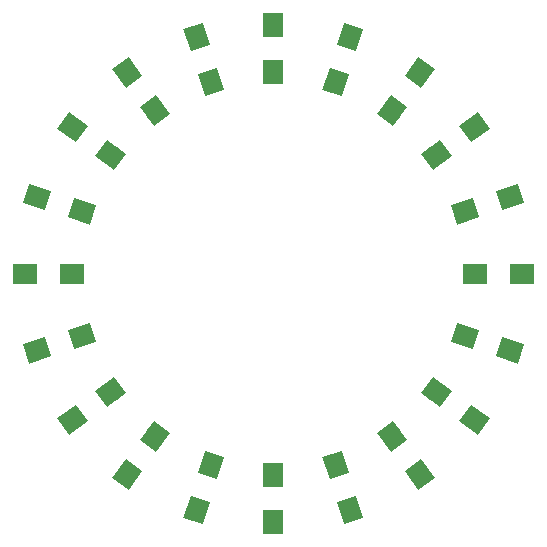
<source format=gtp>
G04 #@! TF.GenerationSoftware,KiCad,Pcbnew,(5.1.0-0)*
G04 #@! TF.CreationDate,2019-09-28T00:10:19+01:00*
G04 #@! TF.ProjectId,badge,62616467-652e-46b6-9963-61645f706362,rev?*
G04 #@! TF.SameCoordinates,Original*
G04 #@! TF.FileFunction,Paste,Top*
G04 #@! TF.FilePolarity,Positive*
%FSLAX46Y46*%
G04 Gerber Fmt 4.6, Leading zero omitted, Abs format (unit mm)*
G04 Created by KiCad (PCBNEW (5.1.0-0)) date 2019-09-28 00:10:19*
%MOMM*%
%LPD*%
G04 APERTURE LIST*
%ADD10R,2.000000X1.700000*%
%ADD11C,1.700000*%
%ADD12C,0.100000*%
%ADD13R,1.700000X2.000000*%
G04 APERTURE END LIST*
D10*
X226092000Y-73660000D03*
X230092000Y-73660000D03*
D11*
X225257513Y-78928739D03*
D12*
G36*
X224043792Y-79428120D02*
G01*
X224569121Y-77811324D01*
X226471234Y-78429358D01*
X225945905Y-80046154D01*
X224043792Y-79428120D01*
X224043792Y-79428120D01*
G37*
D11*
X229061739Y-80164807D03*
D12*
G36*
X227848018Y-80664188D02*
G01*
X228373347Y-79047392D01*
X230275460Y-79665426D01*
X229750131Y-81282222D01*
X227848018Y-80664188D01*
X227848018Y-80664188D01*
G37*
D11*
X222835739Y-83681738D03*
D12*
G36*
X221527105Y-83781617D02*
G01*
X222526339Y-82406288D01*
X224144373Y-83581859D01*
X223145139Y-84957188D01*
X221527105Y-83781617D01*
X221527105Y-83781617D01*
G37*
D11*
X226071807Y-86032880D03*
D12*
G36*
X224763173Y-86132759D02*
G01*
X225762407Y-84757430D01*
X227380441Y-85933001D01*
X226381207Y-87308330D01*
X224763173Y-86132759D01*
X224763173Y-86132759D01*
G37*
D11*
X219063738Y-87453739D03*
D12*
G36*
X217788288Y-87144339D02*
G01*
X219163617Y-86145105D01*
X220339188Y-87763139D01*
X218963859Y-88762373D01*
X217788288Y-87144339D01*
X217788288Y-87144339D01*
G37*
D11*
X221414880Y-90689807D03*
D12*
G36*
X220139430Y-90380407D02*
G01*
X221514759Y-89381173D01*
X222690330Y-90999207D01*
X221315001Y-91998441D01*
X220139430Y-90380407D01*
X220139430Y-90380407D01*
G37*
D11*
X214310739Y-89875513D03*
D12*
G36*
X213193324Y-89187121D02*
G01*
X214810120Y-88661792D01*
X215428154Y-90563905D01*
X213811358Y-91089234D01*
X213193324Y-89187121D01*
X213193324Y-89187121D01*
G37*
D11*
X215546807Y-93679739D03*
D12*
G36*
X214429392Y-92991347D02*
G01*
X216046188Y-92466018D01*
X216664222Y-94368131D01*
X215047426Y-94893460D01*
X214429392Y-92991347D01*
X214429392Y-92991347D01*
G37*
D13*
X209042000Y-90710000D03*
X209042000Y-94710000D03*
D11*
X203773260Y-89875513D03*
D12*
G36*
X203273879Y-88661792D02*
G01*
X204890675Y-89187121D01*
X204272641Y-91089234D01*
X202655845Y-90563905D01*
X203273879Y-88661792D01*
X203273879Y-88661792D01*
G37*
D11*
X202537192Y-93679739D03*
D12*
G36*
X202037811Y-92466018D02*
G01*
X203654607Y-92991347D01*
X203036573Y-94893460D01*
X201419777Y-94368131D01*
X202037811Y-92466018D01*
X202037811Y-92466018D01*
G37*
D11*
X199020261Y-87453739D03*
D12*
G36*
X198920382Y-86145105D02*
G01*
X200295711Y-87144339D01*
X199120140Y-88762373D01*
X197744811Y-87763139D01*
X198920382Y-86145105D01*
X198920382Y-86145105D01*
G37*
D11*
X196669119Y-90689807D03*
D12*
G36*
X196569240Y-89381173D02*
G01*
X197944569Y-90380407D01*
X196768998Y-91998441D01*
X195393669Y-90999207D01*
X196569240Y-89381173D01*
X196569240Y-89381173D01*
G37*
D11*
X195248261Y-83681738D03*
D12*
G36*
X195557661Y-82406288D02*
G01*
X196556895Y-83781617D01*
X194938861Y-84957188D01*
X193939627Y-83581859D01*
X195557661Y-82406288D01*
X195557661Y-82406288D01*
G37*
D11*
X192012193Y-86032880D03*
D12*
G36*
X192321593Y-84757430D02*
G01*
X193320827Y-86132759D01*
X191702793Y-87308330D01*
X190703559Y-85933001D01*
X192321593Y-84757430D01*
X192321593Y-84757430D01*
G37*
D11*
X192826487Y-78928739D03*
D12*
G36*
X193514879Y-77811324D02*
G01*
X194040208Y-79428120D01*
X192138095Y-80046154D01*
X191612766Y-78429358D01*
X193514879Y-77811324D01*
X193514879Y-77811324D01*
G37*
D11*
X189022261Y-80164807D03*
D12*
G36*
X189710653Y-79047392D02*
G01*
X190235982Y-80664188D01*
X188333869Y-81282222D01*
X187808540Y-79665426D01*
X189710653Y-79047392D01*
X189710653Y-79047392D01*
G37*
D10*
X191992000Y-73660000D03*
X187992000Y-73660000D03*
D11*
X192826487Y-68391260D03*
D12*
G36*
X194040208Y-67891879D02*
G01*
X193514879Y-69508675D01*
X191612766Y-68890641D01*
X192138095Y-67273845D01*
X194040208Y-67891879D01*
X194040208Y-67891879D01*
G37*
D11*
X189022261Y-67155192D03*
D12*
G36*
X190235982Y-66655811D02*
G01*
X189710653Y-68272607D01*
X187808540Y-67654573D01*
X188333869Y-66037777D01*
X190235982Y-66655811D01*
X190235982Y-66655811D01*
G37*
D11*
X195248261Y-63638261D03*
D12*
G36*
X196556895Y-63538382D02*
G01*
X195557661Y-64913711D01*
X193939627Y-63738140D01*
X194938861Y-62362811D01*
X196556895Y-63538382D01*
X196556895Y-63538382D01*
G37*
D11*
X192012193Y-61287119D03*
D12*
G36*
X193320827Y-61187240D02*
G01*
X192321593Y-62562569D01*
X190703559Y-61386998D01*
X191702793Y-60011669D01*
X193320827Y-61187240D01*
X193320827Y-61187240D01*
G37*
D11*
X199020261Y-59866261D03*
D12*
G36*
X200295711Y-60175661D02*
G01*
X198920382Y-61174895D01*
X197744811Y-59556861D01*
X199120140Y-58557627D01*
X200295711Y-60175661D01*
X200295711Y-60175661D01*
G37*
D11*
X196669119Y-56630193D03*
D12*
G36*
X197944569Y-56939593D02*
G01*
X196569240Y-57938827D01*
X195393669Y-56320793D01*
X196768998Y-55321559D01*
X197944569Y-56939593D01*
X197944569Y-56939593D01*
G37*
D11*
X203773260Y-57444487D03*
D12*
G36*
X204890675Y-58132879D02*
G01*
X203273879Y-58658208D01*
X202655845Y-56756095D01*
X204272641Y-56230766D01*
X204890675Y-58132879D01*
X204890675Y-58132879D01*
G37*
D11*
X202537192Y-53640261D03*
D12*
G36*
X203654607Y-54328653D02*
G01*
X202037811Y-54853982D01*
X201419777Y-52951869D01*
X203036573Y-52426540D01*
X203654607Y-54328653D01*
X203654607Y-54328653D01*
G37*
D13*
X209041999Y-56610000D03*
X209041999Y-52610000D03*
D11*
X214310739Y-57444487D03*
D12*
G36*
X214810120Y-58658208D02*
G01*
X213193324Y-58132879D01*
X213811358Y-56230766D01*
X215428154Y-56756095D01*
X214810120Y-58658208D01*
X214810120Y-58658208D01*
G37*
D11*
X215546807Y-53640261D03*
D12*
G36*
X216046188Y-54853982D02*
G01*
X214429392Y-54328653D01*
X215047426Y-52426540D01*
X216664222Y-52951869D01*
X216046188Y-54853982D01*
X216046188Y-54853982D01*
G37*
D11*
X219063738Y-59866261D03*
D12*
G36*
X219163617Y-61174895D02*
G01*
X217788288Y-60175661D01*
X218963859Y-58557627D01*
X220339188Y-59556861D01*
X219163617Y-61174895D01*
X219163617Y-61174895D01*
G37*
D11*
X221414880Y-56630193D03*
D12*
G36*
X221514759Y-57938827D02*
G01*
X220139430Y-56939593D01*
X221315001Y-55321559D01*
X222690330Y-56320793D01*
X221514759Y-57938827D01*
X221514759Y-57938827D01*
G37*
D11*
X222835739Y-63638261D03*
D12*
G36*
X222526339Y-64913711D02*
G01*
X221527105Y-63538382D01*
X223145139Y-62362811D01*
X224144373Y-63738140D01*
X222526339Y-64913711D01*
X222526339Y-64913711D01*
G37*
D11*
X226071807Y-61287119D03*
D12*
G36*
X225762407Y-62562569D02*
G01*
X224763173Y-61187240D01*
X226381207Y-60011669D01*
X227380441Y-61386998D01*
X225762407Y-62562569D01*
X225762407Y-62562569D01*
G37*
D11*
X225257513Y-68391260D03*
D12*
G36*
X224569121Y-69508675D02*
G01*
X224043792Y-67891879D01*
X225945905Y-67273845D01*
X226471234Y-68890641D01*
X224569121Y-69508675D01*
X224569121Y-69508675D01*
G37*
D11*
X229061739Y-67155192D03*
D12*
G36*
X228373347Y-68272607D02*
G01*
X227848018Y-66655811D01*
X229750131Y-66037777D01*
X230275460Y-67654573D01*
X228373347Y-68272607D01*
X228373347Y-68272607D01*
G37*
M02*

</source>
